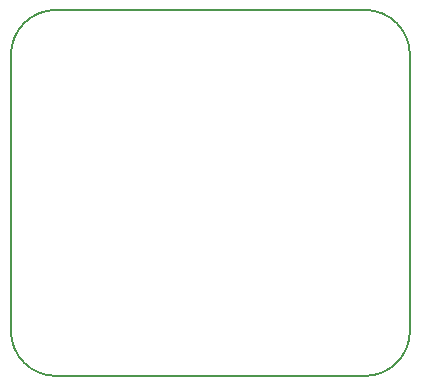
<source format=gbr>
G04 #@! TF.GenerationSoftware,KiCad,Pcbnew,(5.0.1)-3*
G04 #@! TF.CreationDate,2020-02-29T11:56:56-05:00*
G04 #@! TF.ProjectId,jebaoDosingAdapter,6A6562616F446F73696E674164617074,rev?*
G04 #@! TF.SameCoordinates,PX46492a0PY53724e0*
G04 #@! TF.FileFunction,Profile,NP*
%FSLAX46Y46*%
G04 Gerber Fmt 4.6, Leading zero omitted, Abs format (unit mm)*
G04 Created by KiCad (PCBNEW (5.0.1)-3) date 2/29/2020 11:56:56 AM*
%MOMM*%
%LPD*%
G01*
G04 APERTURE LIST*
%ADD10C,0.150000*%
G04 APERTURE END LIST*
D10*
X3770000Y28064000D02*
G75*
G02X7580000Y31874000I3810000J0D01*
G01*
X7580000Y886000D02*
G75*
G02X3770000Y4696000I0J3810000D01*
G01*
X37552000Y4696000D02*
G75*
G02X33742000Y886000I-3810000J0D01*
G01*
X33742000Y31874000D02*
G75*
G02X37552000Y28064000I0J-3810000D01*
G01*
X33742000Y31874000D02*
X7580000Y31874000D01*
X37552000Y4696000D02*
X37552000Y28064000D01*
X7580000Y886000D02*
X33742000Y886000D01*
X3770000Y28064000D02*
X3770000Y4696000D01*
M02*

</source>
